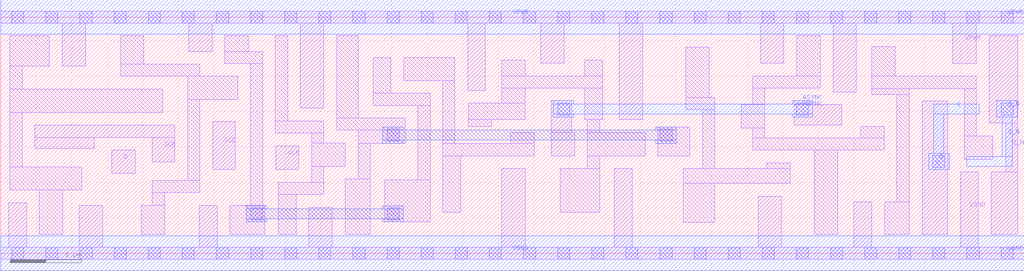
<source format=lef>
# Copyright 2020 The SkyWater PDK Authors
#
# Licensed under the Apache License, Version 2.0 (the "License");
# you may not use this file except in compliance with the License.
# You may obtain a copy of the License at
#
#     https://www.apache.org/licenses/LICENSE-2.0
#
# Unless required by applicable law or agreed to in writing, software
# distributed under the License is distributed on an "AS IS" BASIS,
# WITHOUT WARRANTIES OR CONDITIONS OF ANY KIND, either express or implied.
# See the License for the specific language governing permissions and
# limitations under the License.
#
# SPDX-License-Identifier: Apache-2.0

VERSION 5.7 ;
  NAMESCASESENSITIVE ON ;
  NOWIREEXTENSIONATPIN ON ;
  DIVIDERCHAR "/" ;
  BUSBITCHARS "[]" ;
UNITS
  DATABASE MICRONS 200 ;
END UNITS
MACRO sky130_fd_sc_lp__sregrbp_1
  CLASS CORE ;
  SOURCE USER ;
  FOREIGN sky130_fd_sc_lp__sregrbp_1 ;
  ORIGIN  0.000000  0.000000 ;
  SIZE  14.40000 BY  3.330000 ;
  SYMMETRY X Y R90 ;
  SITE unit ;
  PIN ASYNC
    ANTENNAGATEAREA  0.444000 ;
    DIRECTION INPUT ;
    USE SIGNAL ;
    PORT
      LAYER li1 ;
        RECT  7.745000 1.375000  8.075000 1.705000 ;
        RECT  7.745000 1.705000  8.035000 2.150000 ;
        RECT 11.165000 1.805000 11.835000 2.095000 ;
        RECT 11.165000 2.095000 11.395000 2.150000 ;
      LAYER mcon ;
        RECT  7.835000 1.950000  8.005000 2.120000 ;
        RECT 11.195000 1.950000 11.365000 2.120000 ;
      LAYER met1 ;
        RECT  7.775000 1.920000  8.065000 1.965000 ;
        RECT  7.775000 1.965000 11.425000 2.105000 ;
        RECT  7.775000 2.105000  8.065000 2.150000 ;
        RECT 11.135000 1.920000 11.425000 1.965000 ;
        RECT 11.135000 2.105000 11.425000 2.150000 ;
    END
  END ASYNC
  PIN D
    ANTENNAGATEAREA  0.126000 ;
    DIRECTION INPUT ;
    USE SIGNAL ;
    PORT
      LAYER li1 ;
        RECT 1.560000 1.125000 1.890000 1.455000 ;
    END
  END D
  PIN Q
    ANTENNADIFFAREA  0.598500 ;
    DIRECTION OUTPUT ;
    USE SIGNAL ;
    PORT
      LAYER li1 ;
        RECT 12.965000 0.265000 13.325000 2.145000 ;
      LAYER mcon ;
        RECT 13.115000 1.210000 13.285000 1.380000 ;
      LAYER met1 ;
        RECT 13.055000 1.180000 13.345000 1.410000 ;
        RECT 13.130000 1.410000 13.270000 1.965000 ;
        RECT 13.130000 1.965000 13.765000 2.105000 ;
    END
  END Q
  PIN Q_N
    ANTENNADIFFAREA  0.598500 ;
    DIRECTION OUTPUT ;
    USE SIGNAL ;
    PORT
      LAYER li1 ;
        RECT 13.905000 1.835000 14.310000 3.065000 ;
        RECT 13.935000 0.265000 14.310000 1.145000 ;
        RECT 14.140000 1.145000 14.310000 1.835000 ;
      LAYER mcon ;
        RECT 14.075000 1.950000 14.245000 2.120000 ;
      LAYER met1 ;
        RECT 13.595000 1.225000 14.230000 1.365000 ;
        RECT 14.015000 1.920000 14.305000 2.150000 ;
        RECT 14.090000 1.365000 14.230000 1.920000 ;
    END
  END Q_N
  PIN SCD
    ANTENNAGATEAREA  0.126000 ;
    DIRECTION INPUT ;
    USE SIGNAL ;
    PORT
      LAYER li1 ;
        RECT 2.980000 1.180000 3.300000 1.855000 ;
    END
  END SCD
  PIN SCE
    ANTENNAGATEAREA  0.252000 ;
    DIRECTION INPUT ;
    USE SIGNAL ;
    PORT
      LAYER li1 ;
        RECT 0.480000 1.475000 1.315000 1.635000 ;
        RECT 0.480000 1.635000 2.450000 1.805000 ;
        RECT 2.130000 1.285000 2.450000 1.635000 ;
    END
  END SCE
  PIN CLK
    ANTENNAGATEAREA  0.315000 ;
    DIRECTION INPUT ;
    USE CLOCK ;
    PORT
      LAYER li1 ;
        RECT 3.870000 1.180000 4.195000 1.515000 ;
    END
  END CLK
  PIN VGND
    DIRECTION INOUT ;
    USE GROUND ;
    PORT
      LAYER li1 ;
        RECT  0.000000 -0.085000 14.400000 0.085000 ;
        RECT  0.115000  0.085000  0.365000 0.710000 ;
        RECT  1.105000  0.085000  1.435000 0.675000 ;
        RECT  2.795000  0.085000  3.045000 0.675000 ;
        RECT  4.335000  0.085000  4.665000 0.650000 ;
        RECT  7.050000  0.085000  7.380000 1.195000 ;
        RECT  8.635000  0.085000  8.885000 1.195000 ;
        RECT 10.655000  0.085000 10.985000 0.805000 ;
        RECT 12.005000  0.085000 12.255000 0.725000 ;
        RECT 13.505000  0.085000 13.755000 1.145000 ;
      LAYER mcon ;
        RECT  0.155000 -0.085000  0.325000 0.085000 ;
        RECT  0.635000 -0.085000  0.805000 0.085000 ;
        RECT  1.115000 -0.085000  1.285000 0.085000 ;
        RECT  1.595000 -0.085000  1.765000 0.085000 ;
        RECT  2.075000 -0.085000  2.245000 0.085000 ;
        RECT  2.555000 -0.085000  2.725000 0.085000 ;
        RECT  3.035000 -0.085000  3.205000 0.085000 ;
        RECT  3.515000 -0.085000  3.685000 0.085000 ;
        RECT  3.995000 -0.085000  4.165000 0.085000 ;
        RECT  4.475000 -0.085000  4.645000 0.085000 ;
        RECT  4.955000 -0.085000  5.125000 0.085000 ;
        RECT  5.435000 -0.085000  5.605000 0.085000 ;
        RECT  5.915000 -0.085000  6.085000 0.085000 ;
        RECT  6.395000 -0.085000  6.565000 0.085000 ;
        RECT  6.875000 -0.085000  7.045000 0.085000 ;
        RECT  7.355000 -0.085000  7.525000 0.085000 ;
        RECT  7.835000 -0.085000  8.005000 0.085000 ;
        RECT  8.315000 -0.085000  8.485000 0.085000 ;
        RECT  8.795000 -0.085000  8.965000 0.085000 ;
        RECT  9.275000 -0.085000  9.445000 0.085000 ;
        RECT  9.755000 -0.085000  9.925000 0.085000 ;
        RECT 10.235000 -0.085000 10.405000 0.085000 ;
        RECT 10.715000 -0.085000 10.885000 0.085000 ;
        RECT 11.195000 -0.085000 11.365000 0.085000 ;
        RECT 11.675000 -0.085000 11.845000 0.085000 ;
        RECT 12.155000 -0.085000 12.325000 0.085000 ;
        RECT 12.635000 -0.085000 12.805000 0.085000 ;
        RECT 13.115000 -0.085000 13.285000 0.085000 ;
        RECT 13.595000 -0.085000 13.765000 0.085000 ;
        RECT 14.075000 -0.085000 14.245000 0.085000 ;
      LAYER met1 ;
        RECT 0.000000 -0.245000 14.400000 0.245000 ;
    END
  END VGND
  PIN VPWR
    DIRECTION INOUT ;
    USE POWER ;
    PORT
      LAYER li1 ;
        RECT  0.000000 3.245000 14.400000 3.415000 ;
        RECT  0.865000 2.635000  1.195000 3.245000 ;
        RECT  2.645000 2.845000  2.975000 3.245000 ;
        RECT  4.215000 2.045000  4.545000 3.245000 ;
        RECT  6.570000 2.295000  6.820000 3.245000 ;
        RECT  7.595000 2.680000  7.925000 3.245000 ;
        RECT  8.700000 1.885000  9.030000 3.245000 ;
        RECT 10.690000 2.680000 11.020000 3.245000 ;
        RECT 11.710000 2.275000 12.040000 3.245000 ;
        RECT 13.395000 2.675000 13.725000 3.245000 ;
      LAYER mcon ;
        RECT  0.155000 3.245000  0.325000 3.415000 ;
        RECT  0.635000 3.245000  0.805000 3.415000 ;
        RECT  1.115000 3.245000  1.285000 3.415000 ;
        RECT  1.595000 3.245000  1.765000 3.415000 ;
        RECT  2.075000 3.245000  2.245000 3.415000 ;
        RECT  2.555000 3.245000  2.725000 3.415000 ;
        RECT  3.035000 3.245000  3.205000 3.415000 ;
        RECT  3.515000 3.245000  3.685000 3.415000 ;
        RECT  3.995000 3.245000  4.165000 3.415000 ;
        RECT  4.475000 3.245000  4.645000 3.415000 ;
        RECT  4.955000 3.245000  5.125000 3.415000 ;
        RECT  5.435000 3.245000  5.605000 3.415000 ;
        RECT  5.915000 3.245000  6.085000 3.415000 ;
        RECT  6.395000 3.245000  6.565000 3.415000 ;
        RECT  6.875000 3.245000  7.045000 3.415000 ;
        RECT  7.355000 3.245000  7.525000 3.415000 ;
        RECT  7.835000 3.245000  8.005000 3.415000 ;
        RECT  8.315000 3.245000  8.485000 3.415000 ;
        RECT  8.795000 3.245000  8.965000 3.415000 ;
        RECT  9.275000 3.245000  9.445000 3.415000 ;
        RECT  9.755000 3.245000  9.925000 3.415000 ;
        RECT 10.235000 3.245000 10.405000 3.415000 ;
        RECT 10.715000 3.245000 10.885000 3.415000 ;
        RECT 11.195000 3.245000 11.365000 3.415000 ;
        RECT 11.675000 3.245000 11.845000 3.415000 ;
        RECT 12.155000 3.245000 12.325000 3.415000 ;
        RECT 12.635000 3.245000 12.805000 3.415000 ;
        RECT 13.115000 3.245000 13.285000 3.415000 ;
        RECT 13.595000 3.245000 13.765000 3.415000 ;
        RECT 14.075000 3.245000 14.245000 3.415000 ;
      LAYER met1 ;
        RECT 0.000000 3.085000 14.400000 3.575000 ;
    END
  END VPWR
  OBS
    LAYER li1 ;
      RECT  0.130000 0.890000  1.140000 1.220000 ;
      RECT  0.130000 1.220000  0.300000 1.985000 ;
      RECT  0.130000 1.985000  2.280000 2.315000 ;
      RECT  0.130000 2.315000  0.300000 2.635000 ;
      RECT  0.130000 2.635000  0.685000 3.065000 ;
      RECT  0.545000 0.265000  0.875000 0.890000 ;
      RECT  1.685000 2.495000  2.800000 2.665000 ;
      RECT  1.685000 2.665000  2.015000 3.065000 ;
      RECT  1.975000 0.265000  2.305000 0.675000 ;
      RECT  2.135000 0.675000  2.305000 0.855000 ;
      RECT  2.135000 0.855000  2.800000 1.025000 ;
      RECT  2.630000 1.025000  2.800000 2.165000 ;
      RECT  2.630000 2.165000  3.335000 2.495000 ;
      RECT  3.155000 2.675000  3.685000 2.845000 ;
      RECT  3.155000 2.845000  3.485000 3.065000 ;
      RECT  3.225000 0.265000  3.715000 0.675000 ;
      RECT  3.515000 0.675000  3.685000 2.675000 ;
      RECT  3.865000 1.695000  4.545000 1.865000 ;
      RECT  3.865000 1.865000  4.035000 3.065000 ;
      RECT  3.905000 0.265000  4.155000 0.830000 ;
      RECT  3.905000 0.830000  4.545000 1.000000 ;
      RECT  4.375000 1.000000  4.545000 1.225000 ;
      RECT  4.375000 1.225000  4.850000 1.555000 ;
      RECT  4.375000 1.555000  4.545000 1.695000 ;
      RECT  4.725000 1.735000  5.690000 1.905000 ;
      RECT  4.725000 1.905000  5.030000 3.065000 ;
      RECT  4.845000 0.265000  5.200000 1.045000 ;
      RECT  5.030000 1.045000  5.200000 1.550000 ;
      RECT  5.030000 1.550000  5.690000 1.735000 ;
      RECT  5.240000 2.085000  6.040000 2.255000 ;
      RECT  5.240000 2.255000  5.490000 2.755000 ;
      RECT  5.405000 0.440000  6.040000 1.035000 ;
      RECT  5.670000 2.435000  6.390000 2.755000 ;
      RECT  5.870000 1.035000  6.040000 2.085000 ;
      RECT  6.220000 0.575000  6.470000 1.375000 ;
      RECT  6.220000 1.375000  7.505000 1.545000 ;
      RECT  6.220000 1.545000  6.390000 2.435000 ;
      RECT  6.580000 1.785000  6.910000 1.885000 ;
      RECT  6.580000 1.885000  7.380000 2.115000 ;
      RECT  7.050000 2.115000  7.380000 2.330000 ;
      RECT  7.050000 2.330000  8.470000 2.500000 ;
      RECT  7.050000 2.500000  7.380000 2.725000 ;
      RECT  7.175000 1.545000  7.505000 1.705000 ;
      RECT  7.870000 0.575000  8.425000 1.195000 ;
      RECT  8.220000 1.885000  8.470000 2.330000 ;
      RECT  8.220000 2.500000  8.470000 2.725000 ;
      RECT  8.255000 1.195000  8.425000 1.375000 ;
      RECT  8.255000 1.375000  9.065000 1.705000 ;
      RECT  8.255000 1.705000  8.425000 1.885000 ;
      RECT  9.245000 1.375000  9.695000 1.780000 ;
      RECT  9.605000 0.435000 10.045000 0.985000 ;
      RECT  9.605000 0.985000 11.110000 1.195000 ;
      RECT  9.640000 2.025000 10.045000 2.195000 ;
      RECT  9.640000 2.195000  9.970000 2.905000 ;
      RECT  9.875000 1.195000 10.045000 2.025000 ;
      RECT 10.420000 1.765000 10.750000 2.095000 ;
      RECT 10.580000 1.455000 12.430000 1.625000 ;
      RECT 10.580000 1.625000 10.750000 1.765000 ;
      RECT 10.580000 2.095000 10.750000 2.330000 ;
      RECT 10.580000 2.330000 11.530000 2.500000 ;
      RECT 10.780000 1.195000 11.110000 1.275000 ;
      RECT 11.200000 2.500000 11.530000 3.065000 ;
      RECT 11.445000 0.265000 11.775000 1.455000 ;
      RECT 12.100000 1.625000 12.430000 1.785000 ;
      RECT 12.255000 2.235000 12.780000 2.325000 ;
      RECT 12.255000 2.325000 13.725000 2.495000 ;
      RECT 12.255000 2.495000 12.585000 2.915000 ;
      RECT 12.435000 0.265000 12.780000 0.725000 ;
      RECT 12.610000 0.725000 12.780000 2.235000 ;
      RECT 13.555000 1.325000 13.960000 1.655000 ;
      RECT 13.555000 1.655000 13.725000 2.325000 ;
    LAYER mcon ;
      RECT 3.515000 0.470000 3.685000 0.640000 ;
      RECT 5.435000 0.470000 5.605000 0.640000 ;
      RECT 5.435000 1.580000 5.605000 1.750000 ;
      RECT 9.275000 1.580000 9.445000 1.750000 ;
    LAYER met1 ;
      RECT 3.455000 0.440000 3.745000 0.485000 ;
      RECT 3.455000 0.485000 5.665000 0.625000 ;
      RECT 3.455000 0.625000 3.745000 0.670000 ;
      RECT 5.375000 0.440000 5.665000 0.485000 ;
      RECT 5.375000 0.625000 5.665000 0.670000 ;
      RECT 5.375000 1.550000 5.665000 1.595000 ;
      RECT 5.375000 1.595000 9.505000 1.735000 ;
      RECT 5.375000 1.735000 5.665000 1.780000 ;
      RECT 9.215000 1.550000 9.505000 1.595000 ;
      RECT 9.215000 1.735000 9.505000 1.780000 ;
  END
END sky130_fd_sc_lp__sregrbp_1

</source>
